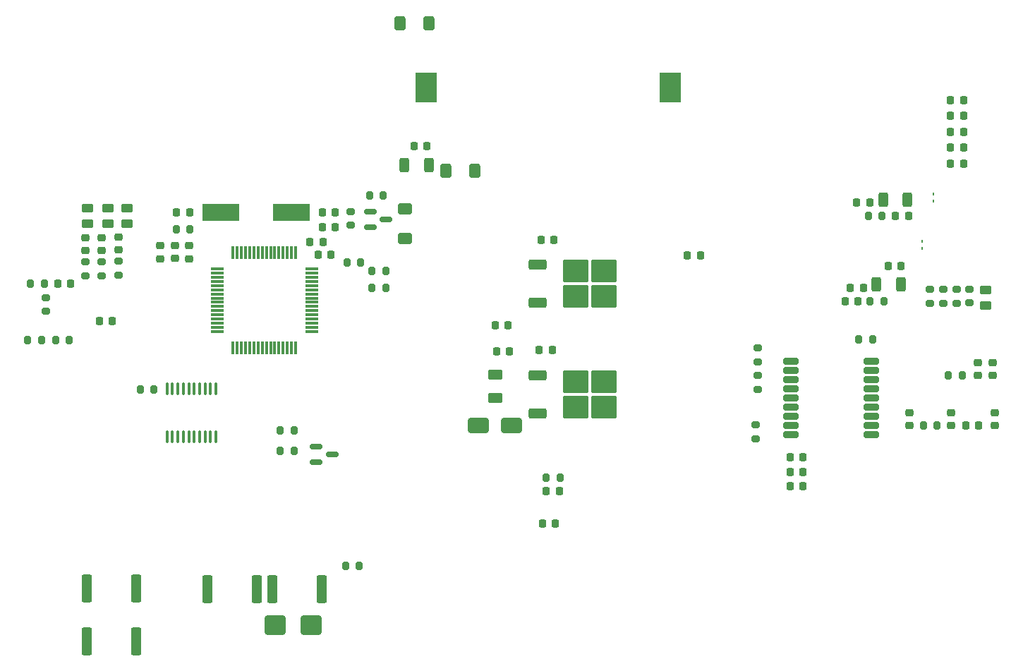
<source format=gbr>
%TF.GenerationSoftware,KiCad,Pcbnew,7.0.0-1.fc37*%
%TF.CreationDate,2023-10-17T19:49:33+02:00*%
%TF.ProjectId,boardConsolePCB,626f6172-6443-46f6-9e73-6f6c65504342,rev?*%
%TF.SameCoordinates,Original*%
%TF.FileFunction,Paste,Top*%
%TF.FilePolarity,Positive*%
%FSLAX46Y46*%
G04 Gerber Fmt 4.6, Leading zero omitted, Abs format (unit mm)*
G04 Created by KiCad (PCBNEW 7.0.0-1.fc37) date 2023-10-17 19:49:33*
%MOMM*%
%LPD*%
G01*
G04 APERTURE LIST*
G04 Aperture macros list*
%AMRoundRect*
0 Rectangle with rounded corners*
0 $1 Rounding radius*
0 $2 $3 $4 $5 $6 $7 $8 $9 X,Y pos of 4 corners*
0 Add a 4 corners polygon primitive as box body*
4,1,4,$2,$3,$4,$5,$6,$7,$8,$9,$2,$3,0*
0 Add four circle primitives for the rounded corners*
1,1,$1+$1,$2,$3*
1,1,$1+$1,$4,$5*
1,1,$1+$1,$6,$7*
1,1,$1+$1,$8,$9*
0 Add four rect primitives between the rounded corners*
20,1,$1+$1,$2,$3,$4,$5,0*
20,1,$1+$1,$4,$5,$6,$7,0*
20,1,$1+$1,$6,$7,$8,$9,0*
20,1,$1+$1,$8,$9,$2,$3,0*%
G04 Aperture macros list end*
%ADD10RoundRect,0.225000X-0.225000X-0.250000X0.225000X-0.250000X0.225000X0.250000X-0.225000X0.250000X0*%
%ADD11RoundRect,0.200000X0.200000X0.275000X-0.200000X0.275000X-0.200000X-0.275000X0.200000X-0.275000X0*%
%ADD12RoundRect,0.225000X0.225000X0.250000X-0.225000X0.250000X-0.225000X-0.250000X0.225000X-0.250000X0*%
%ADD13RoundRect,0.200000X-0.200000X-0.275000X0.200000X-0.275000X0.200000X0.275000X-0.200000X0.275000X0*%
%ADD14RoundRect,0.218750X-0.218750X-0.256250X0.218750X-0.256250X0.218750X0.256250X-0.218750X0.256250X0*%
%ADD15RoundRect,0.200000X0.275000X-0.200000X0.275000X0.200000X-0.275000X0.200000X-0.275000X-0.200000X0*%
%ADD16RoundRect,0.225000X-0.250000X0.225000X-0.250000X-0.225000X0.250000X-0.225000X0.250000X0.225000X0*%
%ADD17RoundRect,0.250000X-0.312500X-0.625000X0.312500X-0.625000X0.312500X0.625000X-0.312500X0.625000X0*%
%ADD18R,2.600000X3.600000*%
%ADD19RoundRect,0.250000X-0.850000X-0.350000X0.850000X-0.350000X0.850000X0.350000X-0.850000X0.350000X0*%
%ADD20RoundRect,0.250000X-1.275000X-1.125000X1.275000X-1.125000X1.275000X1.125000X-1.275000X1.125000X0*%
%ADD21RoundRect,0.218750X0.218750X0.256250X-0.218750X0.256250X-0.218750X-0.256250X0.218750X-0.256250X0*%
%ADD22RoundRect,0.250000X-0.362500X-1.425000X0.362500X-1.425000X0.362500X1.425000X-0.362500X1.425000X0*%
%ADD23RoundRect,0.225000X0.250000X-0.225000X0.250000X0.225000X-0.250000X0.225000X-0.250000X-0.225000X0*%
%ADD24RoundRect,0.200000X-0.275000X0.200000X-0.275000X-0.200000X0.275000X-0.200000X0.275000X0.200000X0*%
%ADD25RoundRect,0.250000X0.625000X-0.375000X0.625000X0.375000X-0.625000X0.375000X-0.625000X-0.375000X0*%
%ADD26RoundRect,0.100000X-0.100000X0.637500X-0.100000X-0.637500X0.100000X-0.637500X0.100000X0.637500X0*%
%ADD27RoundRect,0.250000X0.450000X-0.262500X0.450000X0.262500X-0.450000X0.262500X-0.450000X-0.262500X0*%
%ADD28RoundRect,0.250000X0.600000X-0.400000X0.600000X0.400000X-0.600000X0.400000X-0.600000X-0.400000X0*%
%ADD29RoundRect,0.062500X0.062500X-0.117500X0.062500X0.117500X-0.062500X0.117500X-0.062500X-0.117500X0*%
%ADD30RoundRect,0.250000X0.312500X0.625000X-0.312500X0.625000X-0.312500X-0.625000X0.312500X-0.625000X0*%
%ADD31RoundRect,0.075000X-0.075000X0.700000X-0.075000X-0.700000X0.075000X-0.700000X0.075000X0.700000X0*%
%ADD32RoundRect,0.075000X-0.700000X0.075000X-0.700000X-0.075000X0.700000X-0.075000X0.700000X0.075000X0*%
%ADD33RoundRect,0.250000X-0.400000X-0.600000X0.400000X-0.600000X0.400000X0.600000X-0.400000X0.600000X0*%
%ADD34RoundRect,0.150000X-0.587500X-0.150000X0.587500X-0.150000X0.587500X0.150000X-0.587500X0.150000X0*%
%ADD35RoundRect,0.062500X-0.062500X0.117500X-0.062500X-0.117500X0.062500X-0.117500X0.062500X0.117500X0*%
%ADD36RoundRect,0.250000X0.400000X0.600000X-0.400000X0.600000X-0.400000X-0.600000X0.400000X-0.600000X0*%
%ADD37RoundRect,0.250000X-1.000000X-0.900000X1.000000X-0.900000X1.000000X0.900000X-1.000000X0.900000X0*%
%ADD38RoundRect,0.250000X-1.000000X-0.650000X1.000000X-0.650000X1.000000X0.650000X-1.000000X0.650000X0*%
%ADD39RoundRect,0.200000X-0.700000X-0.200000X0.700000X-0.200000X0.700000X0.200000X-0.700000X0.200000X0*%
%ADD40R,4.500000X2.000000*%
G04 APERTURE END LIST*
D10*
%TO.C,C11*%
X110450000Y-97000000D03*
X112000000Y-97000000D03*
%TD*%
D11*
%TO.C,R41*%
X204600000Y-94600000D03*
X202950000Y-94600000D03*
%TD*%
%TO.C,R36*%
X204400000Y-84400000D03*
X202750000Y-84400000D03*
%TD*%
D12*
%TO.C,C29*%
X201475000Y-94600000D03*
X199925000Y-94600000D03*
%TD*%
D13*
%TO.C,R35*%
X140175000Y-90000000D03*
X141825000Y-90000000D03*
%TD*%
D14*
%TO.C,D1*%
X212600000Y-78100000D03*
X214175000Y-78100000D03*
%TD*%
D15*
%TO.C,R27*%
X110750000Y-91562500D03*
X110750000Y-89912500D03*
%TD*%
D16*
%TO.C,L1*%
X217900000Y-107975000D03*
X217900000Y-109525000D03*
%TD*%
D13*
%TO.C,R33*%
X115375000Y-105200000D03*
X117025000Y-105200000D03*
%TD*%
%TO.C,R39*%
X132150000Y-110090000D03*
X133800000Y-110090000D03*
%TD*%
D15*
%TO.C,R37*%
X140600000Y-85525000D03*
X140600000Y-83875000D03*
%TD*%
D12*
%TO.C,C9*%
X138750000Y-85700000D03*
X137200000Y-85700000D03*
%TD*%
D13*
%TO.C,R40*%
X132150000Y-112600000D03*
X133800000Y-112600000D03*
%TD*%
D12*
%TO.C,C40*%
X207550000Y-84400000D03*
X206000000Y-84400000D03*
%TD*%
D14*
%TO.C,D6*%
X212600000Y-76200000D03*
X214175000Y-76200000D03*
%TD*%
%TO.C,D4*%
X212600000Y-70500000D03*
X214175000Y-70500000D03*
%TD*%
D17*
%TO.C,R15*%
X204512500Y-82400000D03*
X207437500Y-82400000D03*
%TD*%
D18*
%TO.C,BT1*%
X149649999Y-68999999D03*
X178949999Y-68999999D03*
%TD*%
D19*
%TO.C,U6*%
X163025000Y-90245000D03*
D20*
X167650000Y-91000000D03*
X167650000Y-94050000D03*
X171000000Y-91000000D03*
X171000000Y-94050000D03*
D19*
X163025000Y-94805000D03*
%TD*%
D10*
%TO.C,C32*%
X105450000Y-92500000D03*
X107000000Y-92500000D03*
%TD*%
D13*
%TO.C,R24*%
X102175000Y-92490000D03*
X103825000Y-92490000D03*
%TD*%
D11*
%TO.C,R13*%
X144825000Y-91000000D03*
X143175000Y-91000000D03*
%TD*%
D21*
%TO.C,F3*%
X202150000Y-93000000D03*
X200575000Y-93000000D03*
%TD*%
D22*
%TO.C,R16*%
X108937500Y-135400000D03*
X114862500Y-135400000D03*
%TD*%
D10*
%TO.C,C5*%
X148225000Y-76000000D03*
X149775000Y-76000000D03*
%TD*%
D23*
%TO.C,C7*%
X207650000Y-109525000D03*
X207650000Y-107975000D03*
%TD*%
D24*
%TO.C,R14*%
X213300000Y-93200000D03*
X213300000Y-94850000D03*
%TD*%
D10*
%TO.C,C25*%
X214400000Y-109500000D03*
X215950000Y-109500000D03*
%TD*%
D25*
%TO.C,F1*%
X158000000Y-106200000D03*
X158000000Y-103400000D03*
%TD*%
D16*
%TO.C,C36*%
X121250000Y-87975000D03*
X121250000Y-89525000D03*
%TD*%
D26*
%TO.C,U8*%
X124425000Y-105137500D03*
X123775000Y-105137500D03*
X123125000Y-105137500D03*
X122475000Y-105137500D03*
X121825000Y-105137500D03*
X121175000Y-105137500D03*
X120525000Y-105137500D03*
X119875000Y-105137500D03*
X119225000Y-105137500D03*
X118575000Y-105137500D03*
X118575000Y-110862500D03*
X119225000Y-110862500D03*
X119875000Y-110862500D03*
X120525000Y-110862500D03*
X121175000Y-110862500D03*
X121825000Y-110862500D03*
X122475000Y-110862500D03*
X123125000Y-110862500D03*
X123775000Y-110862500D03*
X124425000Y-110862500D03*
%TD*%
D27*
%TO.C,R29*%
X109000000Y-85300000D03*
X109000000Y-83475000D03*
%TD*%
D23*
%TO.C,C21*%
X112750000Y-88472500D03*
X112750000Y-86922500D03*
%TD*%
D10*
%TO.C,C16*%
X158125000Y-100600000D03*
X159675000Y-100600000D03*
%TD*%
D23*
%TO.C,C27*%
X217650000Y-103525000D03*
X217650000Y-101975000D03*
%TD*%
D10*
%TO.C,C34*%
X193350000Y-116850000D03*
X194900000Y-116850000D03*
%TD*%
D22*
%TO.C,R3*%
X123437500Y-129200000D03*
X129362500Y-129200000D03*
%TD*%
D14*
%TO.C,F2*%
X201350000Y-82800000D03*
X202925000Y-82800000D03*
%TD*%
D13*
%TO.C,R22*%
X101850000Y-99325000D03*
X103500000Y-99325000D03*
%TD*%
D12*
%TO.C,C39*%
X206637500Y-90400000D03*
X205087500Y-90400000D03*
%TD*%
D27*
%TO.C,R30*%
X111500000Y-85300000D03*
X111500000Y-83475000D03*
%TD*%
D28*
%TO.C,D13*%
X147100000Y-87050000D03*
X147100000Y-83550000D03*
%TD*%
D24*
%TO.C,R32*%
X214900000Y-93175000D03*
X214900000Y-94825000D03*
%TD*%
D10*
%TO.C,C4*%
X164100000Y-117400000D03*
X165650000Y-117400000D03*
%TD*%
D19*
%TO.C,U2*%
X163000000Y-103500000D03*
D20*
X167625000Y-104255000D03*
X167625000Y-107305000D03*
X170975000Y-104255000D03*
X170975000Y-107305000D03*
D19*
X163000000Y-108060000D03*
%TD*%
D14*
%TO.C,D8*%
X212600000Y-74300000D03*
X214175000Y-74300000D03*
%TD*%
D22*
%TO.C,R34*%
X131237500Y-129200000D03*
X137162500Y-129200000D03*
%TD*%
D11*
%TO.C,R12*%
X144825000Y-93000000D03*
X143175000Y-93000000D03*
%TD*%
D13*
%TO.C,R2*%
X139975000Y-126400000D03*
X141625000Y-126400000D03*
%TD*%
D22*
%TO.C,R17*%
X108937500Y-129100000D03*
X114862500Y-129100000D03*
%TD*%
D29*
%TO.C,D10*%
X210500000Y-81780000D03*
X210500000Y-82620000D03*
%TD*%
D23*
%TO.C,C20*%
X110760000Y-88542500D03*
X110760000Y-86992500D03*
%TD*%
D30*
%TO.C,R7*%
X149962500Y-78300000D03*
X147037500Y-78300000D03*
%TD*%
D10*
%TO.C,C14*%
X135725000Y-87500000D03*
X137275000Y-87500000D03*
%TD*%
D31*
%TO.C,U3*%
X134000000Y-88825000D03*
X133500000Y-88825000D03*
X133000000Y-88825000D03*
X132500000Y-88825000D03*
X132000000Y-88825000D03*
X131500000Y-88825000D03*
X131000000Y-88825000D03*
X130500000Y-88825000D03*
X130000000Y-88825000D03*
X129500000Y-88825000D03*
X129000000Y-88825000D03*
X128500000Y-88825000D03*
X128000000Y-88825000D03*
X127500000Y-88825000D03*
X127000000Y-88825000D03*
X126500000Y-88825000D03*
D32*
X124575000Y-90750000D03*
X124575000Y-91250000D03*
X124575000Y-91750000D03*
X124575000Y-92250000D03*
X124575000Y-92750000D03*
X124575000Y-93250000D03*
X124575000Y-93750000D03*
X124575000Y-94250000D03*
X124575000Y-94750000D03*
X124575000Y-95250000D03*
X124575000Y-95750000D03*
X124575000Y-96250000D03*
X124575000Y-96750000D03*
X124575000Y-97250000D03*
X124575000Y-97750000D03*
X124575000Y-98250000D03*
D31*
X126500000Y-100175000D03*
X127000000Y-100175000D03*
X127500000Y-100175000D03*
X128000000Y-100175000D03*
X128500000Y-100175000D03*
X129000000Y-100175000D03*
X129500000Y-100175000D03*
X130000000Y-100175000D03*
X130500000Y-100175000D03*
X131000000Y-100175000D03*
X131500000Y-100175000D03*
X132000000Y-100175000D03*
X132500000Y-100175000D03*
X133000000Y-100175000D03*
X133500000Y-100175000D03*
X134000000Y-100175000D03*
D32*
X135925000Y-98250000D03*
X135925000Y-97750000D03*
X135925000Y-97250000D03*
X135925000Y-96750000D03*
X135925000Y-96250000D03*
X135925000Y-95750000D03*
X135925000Y-95250000D03*
X135925000Y-94750000D03*
X135925000Y-94250000D03*
X135925000Y-93750000D03*
X135925000Y-93250000D03*
X135925000Y-92750000D03*
X135925000Y-92250000D03*
X135925000Y-91750000D03*
X135925000Y-91250000D03*
X135925000Y-90750000D03*
%TD*%
D12*
%TO.C,C17*%
X164800000Y-100500000D03*
X163250000Y-100500000D03*
%TD*%
D23*
%TO.C,C26*%
X215900000Y-103525000D03*
X215900000Y-101975000D03*
%TD*%
D16*
%TO.C,C35*%
X119500000Y-87950000D03*
X119500000Y-89500000D03*
%TD*%
D10*
%TO.C,C22*%
X157975000Y-97500000D03*
X159525000Y-97500000D03*
%TD*%
D13*
%TO.C,R23*%
X105175000Y-99325000D03*
X106825000Y-99325000D03*
%TD*%
D15*
%TO.C,R28*%
X112730000Y-91492500D03*
X112730000Y-89842500D03*
%TD*%
D33*
%TO.C,D5*%
X152000000Y-79000000D03*
X155500000Y-79000000D03*
%TD*%
D34*
%TO.C,Q2*%
X142962500Y-83850000D03*
X142962500Y-85750000D03*
X144837500Y-84800000D03*
%TD*%
D16*
%TO.C,C37*%
X117750000Y-87975000D03*
X117750000Y-89525000D03*
%TD*%
D10*
%TO.C,C1*%
X163625000Y-121300000D03*
X165175000Y-121300000D03*
%TD*%
D23*
%TO.C,C19*%
X108750000Y-88542500D03*
X108750000Y-86992500D03*
%TD*%
D13*
%TO.C,R8*%
X201575000Y-99200000D03*
X203225000Y-99200000D03*
%TD*%
D35*
%TO.C,D11*%
X209200000Y-88240000D03*
X209200000Y-87400000D03*
%TD*%
D36*
%TO.C,D9*%
X150000000Y-61250000D03*
X146500000Y-61250000D03*
%TD*%
D14*
%TO.C,D3*%
X212600000Y-72400000D03*
X214175000Y-72400000D03*
%TD*%
D37*
%TO.C,D2*%
X131550000Y-133500000D03*
X135850000Y-133500000D03*
%TD*%
D24*
%TO.C,R11*%
X189200000Y-109475000D03*
X189200000Y-111125000D03*
%TD*%
D23*
%TO.C,C8*%
X212650000Y-109525000D03*
X212650000Y-107975000D03*
%TD*%
D27*
%TO.C,R31*%
X113750000Y-85300000D03*
X113750000Y-83475000D03*
%TD*%
D10*
%TO.C,C33*%
X193350000Y-115100000D03*
X194900000Y-115100000D03*
%TD*%
D13*
%TO.C,R10*%
X212325000Y-103500000D03*
X213975000Y-103500000D03*
%TD*%
D11*
%TO.C,R5*%
X165725000Y-115800000D03*
X164075000Y-115800000D03*
%TD*%
D38*
%TO.C,D7*%
X155900000Y-109500000D03*
X159900000Y-109500000D03*
%TD*%
D24*
%TO.C,R25*%
X104000000Y-94175000D03*
X104000000Y-95825000D03*
%TD*%
D17*
%TO.C,R18*%
X203700000Y-92600000D03*
X206625000Y-92600000D03*
%TD*%
D39*
%TO.C,U5*%
X193400000Y-101850000D03*
X193400000Y-102950000D03*
X193400000Y-104050000D03*
X193400000Y-105150000D03*
X193400000Y-106250000D03*
X193400000Y-107350000D03*
X193400000Y-108450000D03*
X193400000Y-109550000D03*
X193400000Y-110650000D03*
X203100000Y-110650000D03*
X203100000Y-109550000D03*
X203100000Y-108450000D03*
X203100000Y-107350000D03*
X203100000Y-106250000D03*
X203100000Y-105150000D03*
X203100000Y-104050000D03*
X203100000Y-102950000D03*
X203100000Y-101850000D03*
%TD*%
D15*
%TO.C,R20*%
X189500000Y-105200000D03*
X189500000Y-103550000D03*
%TD*%
D10*
%TO.C,C6*%
X193325000Y-113350000D03*
X194875000Y-113350000D03*
%TD*%
%TO.C,C38*%
X181025000Y-89100000D03*
X182575000Y-89100000D03*
%TD*%
D13*
%TO.C,R38*%
X142875000Y-81900000D03*
X144525000Y-81900000D03*
%TD*%
D15*
%TO.C,R4*%
X211700000Y-94850000D03*
X211700000Y-93200000D03*
%TD*%
D12*
%TO.C,C12*%
X138775000Y-84000000D03*
X137225000Y-84000000D03*
%TD*%
%TO.C,C23*%
X165025000Y-87250000D03*
X163475000Y-87250000D03*
%TD*%
D15*
%TO.C,R21*%
X189500000Y-101900000D03*
X189500000Y-100250000D03*
%TD*%
D10*
%TO.C,C13*%
X119725000Y-84000000D03*
X121275000Y-84000000D03*
%TD*%
D34*
%TO.C,Q3*%
X136487500Y-112050000D03*
X136487500Y-113950000D03*
X138362500Y-113000000D03*
%TD*%
D13*
%TO.C,R19*%
X119675000Y-86000000D03*
X121325000Y-86000000D03*
%TD*%
D15*
%TO.C,R6*%
X210100000Y-94850000D03*
X210100000Y-93200000D03*
%TD*%
D40*
%TO.C,Y2*%
X133499999Y-83999999D03*
X124999999Y-83999999D03*
%TD*%
D10*
%TO.C,C15*%
X136725000Y-89000000D03*
X138275000Y-89000000D03*
%TD*%
D13*
%TO.C,R9*%
X209325000Y-109500000D03*
X210975000Y-109500000D03*
%TD*%
D15*
%TO.C,R26*%
X108750000Y-91562500D03*
X108750000Y-89912500D03*
%TD*%
D27*
%TO.C,R1*%
X216800000Y-95137500D03*
X216800000Y-93312500D03*
%TD*%
M02*

</source>
